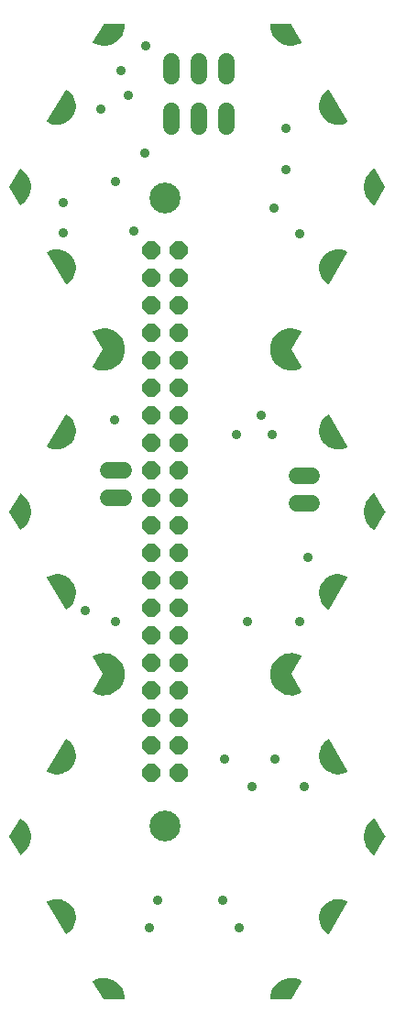
<source format=gbr>
G04 EAGLE Gerber RS-274X export*
G75*
%MOMM*%
%FSLAX34Y34*%
%LPD*%
%INSoldermask Bottom*%
%IPPOS*%
%AMOC8*
5,1,8,0,0,1.08239X$1,22.5*%
G01*
%ADD10C,2.851600*%
%ADD11C,1.101600*%
%ADD12P,1.759533X8X292.500000*%
%ADD13C,1.524000*%
%ADD14C,0.908000*%

G36*
X917369Y920485D02*
X917369Y920485D01*
X917416Y920483D01*
X920454Y920848D01*
X920486Y920859D01*
X920532Y920864D01*
X923472Y921712D01*
X923502Y921728D01*
X923548Y921740D01*
X926314Y923049D01*
X926336Y923066D01*
X926363Y923076D01*
X926415Y923125D01*
X926473Y923168D01*
X926487Y923193D01*
X926508Y923212D01*
X926537Y923278D01*
X926573Y923340D01*
X926576Y923368D01*
X926588Y923394D01*
X926589Y923466D01*
X926598Y923537D01*
X926590Y923564D01*
X926591Y923593D01*
X926555Y923688D01*
X926544Y923728D01*
X926537Y923737D01*
X926533Y923749D01*
X917176Y940000D01*
X926533Y956251D01*
X926542Y956278D01*
X926558Y956302D01*
X926573Y956372D01*
X926596Y956440D01*
X926593Y956468D01*
X926599Y956496D01*
X926586Y956567D01*
X926580Y956638D01*
X926567Y956663D01*
X926561Y956691D01*
X926521Y956751D01*
X926488Y956814D01*
X926466Y956832D01*
X926450Y956856D01*
X926367Y956914D01*
X926335Y956941D01*
X926324Y956944D01*
X926314Y956951D01*
X923548Y958260D01*
X923515Y958268D01*
X923472Y958288D01*
X920532Y959136D01*
X920498Y959139D01*
X920454Y959152D01*
X917416Y959517D01*
X917382Y959514D01*
X917335Y959520D01*
X914278Y959393D01*
X914245Y959385D01*
X914198Y959384D01*
X911201Y958768D01*
X911170Y958755D01*
X911124Y958746D01*
X908264Y957657D01*
X908236Y957639D01*
X908192Y957623D01*
X905544Y956089D01*
X905518Y956067D01*
X905478Y956044D01*
X903110Y954106D01*
X903088Y954079D01*
X903052Y954050D01*
X901025Y951757D01*
X901009Y951728D01*
X900977Y951693D01*
X899345Y949105D01*
X899333Y949073D01*
X899308Y949034D01*
X898112Y946217D01*
X898105Y946184D01*
X898102Y946177D01*
X898098Y946171D01*
X898097Y946165D01*
X898086Y946141D01*
X897358Y943169D01*
X897356Y943135D01*
X897345Y943090D01*
X897102Y940040D01*
X897106Y940011D01*
X897101Y939983D01*
X897103Y939973D01*
X897102Y939960D01*
X897345Y936910D01*
X897354Y936878D01*
X897358Y936831D01*
X898086Y933859D01*
X898101Y933828D01*
X898112Y933783D01*
X899308Y930966D01*
X899327Y930938D01*
X899345Y930895D01*
X900977Y928307D01*
X901001Y928283D01*
X901025Y928243D01*
X903052Y925950D01*
X903079Y925930D01*
X903110Y925894D01*
X905478Y923956D01*
X905508Y923940D01*
X905544Y923911D01*
X908192Y922378D01*
X908224Y922367D01*
X908264Y922343D01*
X911124Y921255D01*
X911157Y921249D01*
X911201Y921232D01*
X914198Y920616D01*
X914232Y920616D01*
X914278Y920607D01*
X917335Y920480D01*
X917369Y920485D01*
G37*
G36*
X917369Y620485D02*
X917369Y620485D01*
X917416Y620483D01*
X920454Y620848D01*
X920486Y620859D01*
X920532Y620864D01*
X923472Y621712D01*
X923502Y621728D01*
X923548Y621740D01*
X926314Y623049D01*
X926336Y623066D01*
X926363Y623076D01*
X926415Y623125D01*
X926473Y623168D01*
X926487Y623193D01*
X926508Y623212D01*
X926537Y623278D01*
X926573Y623340D01*
X926576Y623368D01*
X926588Y623394D01*
X926589Y623466D01*
X926598Y623537D01*
X926590Y623564D01*
X926591Y623593D01*
X926555Y623688D01*
X926544Y623728D01*
X926537Y623737D01*
X926533Y623749D01*
X917176Y640000D01*
X926533Y656251D01*
X926542Y656278D01*
X926558Y656302D01*
X926573Y656372D01*
X926596Y656440D01*
X926593Y656468D01*
X926599Y656496D01*
X926586Y656567D01*
X926580Y656638D01*
X926567Y656663D01*
X926561Y656691D01*
X926521Y656751D01*
X926488Y656814D01*
X926466Y656832D01*
X926450Y656856D01*
X926367Y656914D01*
X926335Y656941D01*
X926324Y656944D01*
X926314Y656951D01*
X923548Y658260D01*
X923515Y658268D01*
X923472Y658288D01*
X920532Y659136D01*
X920498Y659139D01*
X920454Y659152D01*
X917416Y659517D01*
X917382Y659514D01*
X917335Y659520D01*
X914278Y659393D01*
X914245Y659385D01*
X914198Y659384D01*
X911201Y658768D01*
X911170Y658755D01*
X911124Y658746D01*
X908264Y657657D01*
X908236Y657639D01*
X908192Y657623D01*
X905544Y656089D01*
X905518Y656067D01*
X905478Y656044D01*
X903110Y654106D01*
X903088Y654079D01*
X903052Y654050D01*
X901025Y651757D01*
X901009Y651728D01*
X900977Y651693D01*
X899345Y649105D01*
X899333Y649073D01*
X899308Y649034D01*
X898112Y646217D01*
X898105Y646184D01*
X898102Y646177D01*
X898098Y646171D01*
X898097Y646165D01*
X898086Y646141D01*
X897358Y643169D01*
X897356Y643135D01*
X897345Y643090D01*
X897102Y640040D01*
X897106Y640011D01*
X897101Y639983D01*
X897103Y639973D01*
X897102Y639960D01*
X897345Y636910D01*
X897354Y636878D01*
X897358Y636831D01*
X898086Y633859D01*
X898101Y633828D01*
X898112Y633783D01*
X899308Y630966D01*
X899327Y630938D01*
X899345Y630895D01*
X900977Y628307D01*
X901001Y628283D01*
X901025Y628243D01*
X903052Y625950D01*
X903079Y625930D01*
X903110Y625894D01*
X905478Y623956D01*
X905508Y623940D01*
X905544Y623911D01*
X908192Y622378D01*
X908224Y622367D01*
X908264Y622343D01*
X911124Y621255D01*
X911157Y621249D01*
X911201Y621232D01*
X914198Y620616D01*
X914232Y620616D01*
X914278Y620607D01*
X917335Y620480D01*
X917369Y620485D01*
G37*
G36*
X745722Y920607D02*
X745722Y920607D01*
X745755Y920615D01*
X745802Y920616D01*
X748799Y921232D01*
X748830Y921245D01*
X748876Y921255D01*
X751736Y922343D01*
X751765Y922361D01*
X751808Y922378D01*
X754456Y923911D01*
X754482Y923933D01*
X754523Y923956D01*
X756890Y925894D01*
X756912Y925921D01*
X756948Y925950D01*
X758975Y928243D01*
X758992Y928272D01*
X759023Y928307D01*
X760655Y930895D01*
X760667Y930927D01*
X760692Y930966D01*
X761888Y933783D01*
X761895Y933816D01*
X761914Y933859D01*
X762642Y936831D01*
X762644Y936865D01*
X762655Y936910D01*
X762898Y939960D01*
X762894Y939989D01*
X762899Y940017D01*
X762897Y940027D01*
X762898Y940040D01*
X762655Y943090D01*
X762646Y943122D01*
X762642Y943169D01*
X761914Y946141D01*
X761899Y946172D01*
X761888Y946217D01*
X760692Y949034D01*
X760673Y949062D01*
X760655Y949105D01*
X759023Y951693D01*
X758999Y951717D01*
X758975Y951757D01*
X756948Y954050D01*
X756921Y954070D01*
X756890Y954106D01*
X754523Y956044D01*
X754492Y956060D01*
X754456Y956089D01*
X751808Y957623D01*
X751776Y957633D01*
X751736Y957657D01*
X748876Y958746D01*
X748843Y958751D01*
X748799Y958768D01*
X745802Y959384D01*
X745768Y959384D01*
X745722Y959393D01*
X742665Y959520D01*
X742631Y959515D01*
X742584Y959517D01*
X739546Y959152D01*
X739514Y959141D01*
X739468Y959136D01*
X736528Y958288D01*
X736498Y958272D01*
X736453Y958260D01*
X733687Y956951D01*
X733664Y956934D01*
X733637Y956924D01*
X733585Y956875D01*
X733527Y956832D01*
X733513Y956807D01*
X733492Y956788D01*
X733463Y956722D01*
X733427Y956660D01*
X733424Y956632D01*
X733412Y956606D01*
X733411Y956534D01*
X733402Y956463D01*
X733410Y956436D01*
X733410Y956407D01*
X733445Y956312D01*
X733456Y956272D01*
X733463Y956263D01*
X733467Y956251D01*
X742824Y940000D01*
X733467Y923749D01*
X733458Y923722D01*
X733442Y923698D01*
X733427Y923628D01*
X733404Y923560D01*
X733407Y923532D01*
X733401Y923504D01*
X733415Y923434D01*
X733420Y923362D01*
X733433Y923337D01*
X733439Y923309D01*
X733479Y923249D01*
X733512Y923186D01*
X733534Y923168D01*
X733550Y923144D01*
X733633Y923086D01*
X733665Y923059D01*
X733676Y923056D01*
X733687Y923049D01*
X736453Y921740D01*
X736486Y921732D01*
X736528Y921712D01*
X739468Y920864D01*
X739502Y920861D01*
X739546Y920848D01*
X742584Y920483D01*
X742618Y920486D01*
X742665Y920480D01*
X745722Y920607D01*
G37*
G36*
X745722Y620607D02*
X745722Y620607D01*
X745755Y620615D01*
X745802Y620616D01*
X748799Y621232D01*
X748830Y621245D01*
X748876Y621255D01*
X751736Y622343D01*
X751765Y622361D01*
X751808Y622378D01*
X754456Y623911D01*
X754482Y623933D01*
X754523Y623956D01*
X756890Y625894D01*
X756912Y625921D01*
X756948Y625950D01*
X758975Y628243D01*
X758992Y628272D01*
X759023Y628307D01*
X760655Y630895D01*
X760667Y630927D01*
X760692Y630966D01*
X761888Y633783D01*
X761895Y633816D01*
X761914Y633859D01*
X762642Y636831D01*
X762644Y636865D01*
X762655Y636910D01*
X762898Y639960D01*
X762894Y639989D01*
X762899Y640017D01*
X762897Y640027D01*
X762898Y640040D01*
X762655Y643090D01*
X762646Y643122D01*
X762642Y643169D01*
X761914Y646141D01*
X761899Y646172D01*
X761888Y646217D01*
X760692Y649034D01*
X760673Y649062D01*
X760655Y649105D01*
X759023Y651693D01*
X758999Y651717D01*
X758975Y651757D01*
X756948Y654050D01*
X756921Y654070D01*
X756890Y654106D01*
X754523Y656044D01*
X754492Y656060D01*
X754456Y656089D01*
X751808Y657623D01*
X751776Y657633D01*
X751736Y657657D01*
X748876Y658746D01*
X748843Y658751D01*
X748799Y658768D01*
X745802Y659384D01*
X745768Y659384D01*
X745722Y659393D01*
X742665Y659520D01*
X742631Y659515D01*
X742584Y659517D01*
X739546Y659152D01*
X739514Y659141D01*
X739468Y659136D01*
X736528Y658288D01*
X736498Y658272D01*
X736453Y658260D01*
X733687Y656951D01*
X733664Y656934D01*
X733637Y656924D01*
X733585Y656875D01*
X733527Y656832D01*
X733513Y656807D01*
X733492Y656788D01*
X733463Y656722D01*
X733427Y656660D01*
X733424Y656632D01*
X733412Y656606D01*
X733411Y656534D01*
X733402Y656463D01*
X733410Y656436D01*
X733410Y656407D01*
X733445Y656312D01*
X733456Y656272D01*
X733463Y656263D01*
X733467Y656251D01*
X742824Y640000D01*
X733467Y623749D01*
X733458Y623722D01*
X733442Y623698D01*
X733427Y623628D01*
X733404Y623560D01*
X733407Y623532D01*
X733401Y623504D01*
X733415Y623434D01*
X733420Y623362D01*
X733433Y623337D01*
X733439Y623309D01*
X733479Y623249D01*
X733512Y623186D01*
X733534Y623168D01*
X733550Y623144D01*
X733633Y623086D01*
X733665Y623059D01*
X733676Y623056D01*
X733687Y623049D01*
X736453Y621740D01*
X736486Y621732D01*
X736528Y621712D01*
X739468Y620864D01*
X739502Y620861D01*
X739546Y620848D01*
X742584Y620483D01*
X742618Y620486D01*
X742665Y620480D01*
X745722Y620607D01*
G37*
G36*
X708607Y999810D02*
X708607Y999810D01*
X708678Y999807D01*
X708705Y999817D01*
X708734Y999819D01*
X708824Y999861D01*
X708864Y999876D01*
X708872Y999884D01*
X708885Y999890D01*
X711188Y1001489D01*
X711212Y1001515D01*
X711252Y1001542D01*
X713261Y1003499D01*
X713280Y1003528D01*
X713315Y1003561D01*
X714974Y1005822D01*
X714989Y1005853D01*
X715018Y1005892D01*
X716282Y1008395D01*
X716291Y1008429D01*
X716313Y1008472D01*
X717149Y1011149D01*
X717152Y1011183D01*
X717167Y1011229D01*
X717550Y1014008D01*
X717548Y1014042D01*
X717554Y1014090D01*
X717475Y1016893D01*
X717467Y1016927D01*
X717466Y1016975D01*
X716927Y1019727D01*
X716913Y1019759D01*
X716904Y1019807D01*
X715919Y1022432D01*
X715904Y1022457D01*
X715899Y1022477D01*
X715891Y1022488D01*
X715884Y1022507D01*
X714480Y1024935D01*
X714457Y1024961D01*
X714433Y1025003D01*
X712649Y1027166D01*
X712622Y1027188D01*
X712591Y1027225D01*
X710475Y1029066D01*
X710445Y1029083D01*
X710409Y1029115D01*
X708018Y1030582D01*
X707986Y1030593D01*
X707945Y1030619D01*
X705346Y1031672D01*
X705312Y1031679D01*
X705267Y1031697D01*
X702530Y1032308D01*
X702495Y1032309D01*
X702448Y1032320D01*
X699648Y1032472D01*
X699614Y1032467D01*
X699566Y1032470D01*
X696778Y1032160D01*
X696745Y1032149D01*
X696697Y1032144D01*
X693999Y1031379D01*
X693969Y1031363D01*
X693922Y1031350D01*
X691387Y1030151D01*
X691363Y1030134D01*
X691336Y1030124D01*
X691284Y1030075D01*
X691227Y1030032D01*
X691213Y1030007D01*
X691192Y1029987D01*
X691163Y1029922D01*
X691127Y1029861D01*
X691124Y1029832D01*
X691112Y1029805D01*
X691111Y1029734D01*
X691102Y1029663D01*
X691110Y1029635D01*
X691110Y1029606D01*
X691144Y1029513D01*
X691156Y1029472D01*
X691163Y1029463D01*
X691168Y1029450D01*
X708168Y1000050D01*
X708187Y1000028D01*
X708200Y1000002D01*
X708253Y999954D01*
X708300Y999901D01*
X708326Y999889D01*
X708348Y999869D01*
X708415Y999846D01*
X708479Y999816D01*
X708508Y999814D01*
X708536Y999805D01*
X708607Y999810D01*
G37*
G36*
X708607Y699810D02*
X708607Y699810D01*
X708678Y699807D01*
X708705Y699817D01*
X708734Y699819D01*
X708824Y699861D01*
X708864Y699876D01*
X708872Y699884D01*
X708885Y699890D01*
X711188Y701489D01*
X711212Y701515D01*
X711252Y701542D01*
X713261Y703499D01*
X713280Y703528D01*
X713315Y703561D01*
X714974Y705822D01*
X714989Y705853D01*
X715018Y705892D01*
X716282Y708395D01*
X716291Y708429D01*
X716313Y708472D01*
X717149Y711149D01*
X717152Y711183D01*
X717167Y711229D01*
X717550Y714008D01*
X717548Y714042D01*
X717554Y714090D01*
X717475Y716893D01*
X717467Y716927D01*
X717466Y716975D01*
X716927Y719727D01*
X716913Y719759D01*
X716904Y719807D01*
X715919Y722432D01*
X715904Y722457D01*
X715899Y722477D01*
X715891Y722488D01*
X715884Y722507D01*
X714480Y724935D01*
X714457Y724961D01*
X714433Y725003D01*
X712649Y727166D01*
X712622Y727188D01*
X712591Y727225D01*
X710475Y729066D01*
X710445Y729083D01*
X710409Y729115D01*
X708018Y730582D01*
X707986Y730593D01*
X707945Y730619D01*
X705346Y731672D01*
X705312Y731679D01*
X705267Y731697D01*
X702530Y732308D01*
X702495Y732309D01*
X702448Y732320D01*
X699648Y732472D01*
X699614Y732467D01*
X699566Y732470D01*
X696778Y732160D01*
X696745Y732149D01*
X696697Y732144D01*
X693999Y731379D01*
X693969Y731363D01*
X693922Y731350D01*
X691387Y730151D01*
X691363Y730134D01*
X691336Y730124D01*
X691284Y730075D01*
X691227Y730032D01*
X691213Y730007D01*
X691192Y729987D01*
X691163Y729922D01*
X691127Y729861D01*
X691124Y729832D01*
X691112Y729805D01*
X691111Y729734D01*
X691102Y729663D01*
X691110Y729635D01*
X691110Y729606D01*
X691144Y729513D01*
X691156Y729472D01*
X691163Y729463D01*
X691168Y729450D01*
X708168Y700050D01*
X708187Y700028D01*
X708200Y700002D01*
X708253Y699954D01*
X708300Y699901D01*
X708326Y699889D01*
X708348Y699869D01*
X708415Y699846D01*
X708479Y699816D01*
X708508Y699814D01*
X708536Y699805D01*
X708607Y699810D01*
G37*
G36*
X708607Y399810D02*
X708607Y399810D01*
X708678Y399807D01*
X708705Y399817D01*
X708734Y399819D01*
X708824Y399861D01*
X708864Y399876D01*
X708872Y399884D01*
X708885Y399890D01*
X711188Y401489D01*
X711212Y401515D01*
X711252Y401542D01*
X713261Y403499D01*
X713280Y403528D01*
X713315Y403561D01*
X714974Y405822D01*
X714989Y405853D01*
X715018Y405892D01*
X716282Y408395D01*
X716291Y408429D01*
X716313Y408472D01*
X717149Y411149D01*
X717152Y411183D01*
X717167Y411229D01*
X717550Y414008D01*
X717548Y414042D01*
X717554Y414090D01*
X717475Y416893D01*
X717467Y416927D01*
X717466Y416975D01*
X716927Y419727D01*
X716913Y419759D01*
X716904Y419807D01*
X715919Y422432D01*
X715904Y422457D01*
X715899Y422477D01*
X715891Y422488D01*
X715884Y422507D01*
X714480Y424935D01*
X714457Y424961D01*
X714433Y425003D01*
X712649Y427166D01*
X712622Y427188D01*
X712591Y427225D01*
X710475Y429066D01*
X710445Y429083D01*
X710409Y429115D01*
X708018Y430582D01*
X707986Y430593D01*
X707945Y430619D01*
X705346Y431672D01*
X705312Y431679D01*
X705267Y431697D01*
X702530Y432308D01*
X702495Y432309D01*
X702448Y432320D01*
X699648Y432472D01*
X699614Y432467D01*
X699566Y432470D01*
X696778Y432160D01*
X696745Y432149D01*
X696697Y432144D01*
X693999Y431379D01*
X693969Y431363D01*
X693922Y431350D01*
X691387Y430151D01*
X691363Y430134D01*
X691336Y430124D01*
X691284Y430075D01*
X691227Y430032D01*
X691213Y430007D01*
X691192Y429987D01*
X691163Y429922D01*
X691127Y429861D01*
X691124Y429832D01*
X691112Y429805D01*
X691111Y429734D01*
X691102Y429663D01*
X691110Y429635D01*
X691110Y429606D01*
X691144Y429513D01*
X691156Y429472D01*
X691163Y429463D01*
X691168Y429450D01*
X708168Y400050D01*
X708187Y400028D01*
X708200Y400002D01*
X708253Y399954D01*
X708300Y399901D01*
X708326Y399889D01*
X708348Y399869D01*
X708415Y399846D01*
X708479Y399816D01*
X708508Y399814D01*
X708536Y399805D01*
X708607Y399810D01*
G37*
G36*
X960386Y1147533D02*
X960386Y1147533D01*
X960434Y1147530D01*
X963222Y1147840D01*
X963255Y1147851D01*
X963303Y1147856D01*
X966001Y1148621D01*
X966031Y1148637D01*
X966078Y1148650D01*
X968613Y1149849D01*
X968637Y1149866D01*
X968664Y1149876D01*
X968716Y1149925D01*
X968773Y1149968D01*
X968787Y1149993D01*
X968809Y1150013D01*
X968837Y1150078D01*
X968873Y1150140D01*
X968876Y1150168D01*
X968888Y1150195D01*
X968889Y1150266D01*
X968898Y1150337D01*
X968890Y1150365D01*
X968890Y1150394D01*
X968856Y1150487D01*
X968844Y1150528D01*
X968837Y1150537D01*
X968832Y1150550D01*
X951832Y1179950D01*
X951813Y1179972D01*
X951800Y1179998D01*
X951747Y1180046D01*
X951700Y1180099D01*
X951674Y1180111D01*
X951652Y1180131D01*
X951585Y1180154D01*
X951521Y1180184D01*
X951492Y1180186D01*
X951464Y1180195D01*
X951393Y1180190D01*
X951322Y1180193D01*
X951295Y1180183D01*
X951266Y1180181D01*
X951176Y1180139D01*
X951136Y1180124D01*
X951128Y1180116D01*
X951115Y1180110D01*
X948812Y1178511D01*
X948788Y1178486D01*
X948748Y1178458D01*
X946739Y1176501D01*
X946720Y1176472D01*
X946685Y1176439D01*
X945026Y1174178D01*
X945011Y1174147D01*
X944982Y1174108D01*
X943718Y1171605D01*
X943709Y1171571D01*
X943687Y1171528D01*
X942851Y1168851D01*
X942848Y1168817D01*
X942833Y1168771D01*
X942450Y1165992D01*
X942452Y1165958D01*
X942446Y1165910D01*
X942525Y1163107D01*
X942533Y1163073D01*
X942534Y1163025D01*
X943073Y1160273D01*
X943087Y1160241D01*
X943096Y1160193D01*
X944081Y1157568D01*
X944099Y1157538D01*
X944116Y1157493D01*
X945520Y1155065D01*
X945543Y1155039D01*
X945567Y1154998D01*
X947351Y1152834D01*
X947378Y1152812D01*
X947409Y1152775D01*
X949525Y1150934D01*
X949555Y1150917D01*
X949591Y1150886D01*
X951982Y1149418D01*
X952014Y1149407D01*
X952055Y1149381D01*
X954654Y1148328D01*
X954688Y1148321D01*
X954733Y1148303D01*
X957470Y1147692D01*
X957505Y1147691D01*
X957552Y1147680D01*
X960352Y1147528D01*
X960386Y1147533D01*
G37*
G36*
X960386Y847533D02*
X960386Y847533D01*
X960434Y847530D01*
X963222Y847840D01*
X963255Y847851D01*
X963303Y847856D01*
X966001Y848621D01*
X966031Y848637D01*
X966078Y848650D01*
X968613Y849849D01*
X968637Y849866D01*
X968664Y849876D01*
X968716Y849925D01*
X968773Y849968D01*
X968787Y849993D01*
X968809Y850013D01*
X968837Y850078D01*
X968873Y850140D01*
X968876Y850168D01*
X968888Y850195D01*
X968889Y850266D01*
X968898Y850337D01*
X968890Y850365D01*
X968890Y850394D01*
X968856Y850487D01*
X968844Y850528D01*
X968837Y850537D01*
X968832Y850550D01*
X951832Y879950D01*
X951813Y879972D01*
X951800Y879998D01*
X951747Y880046D01*
X951700Y880099D01*
X951674Y880111D01*
X951652Y880131D01*
X951585Y880154D01*
X951521Y880184D01*
X951492Y880186D01*
X951464Y880195D01*
X951393Y880190D01*
X951322Y880193D01*
X951295Y880183D01*
X951266Y880181D01*
X951176Y880139D01*
X951136Y880124D01*
X951128Y880116D01*
X951115Y880110D01*
X948812Y878511D01*
X948788Y878486D01*
X948748Y878458D01*
X946739Y876501D01*
X946720Y876472D01*
X946685Y876439D01*
X945026Y874178D01*
X945011Y874147D01*
X944982Y874108D01*
X943718Y871605D01*
X943709Y871571D01*
X943687Y871528D01*
X942851Y868851D01*
X942848Y868817D01*
X942833Y868771D01*
X942450Y865992D01*
X942452Y865958D01*
X942446Y865910D01*
X942525Y863107D01*
X942533Y863073D01*
X942534Y863025D01*
X943073Y860273D01*
X943087Y860241D01*
X943096Y860193D01*
X944081Y857568D01*
X944099Y857538D01*
X944116Y857493D01*
X945520Y855065D01*
X945543Y855039D01*
X945567Y854998D01*
X947351Y852834D01*
X947378Y852812D01*
X947409Y852775D01*
X949525Y850934D01*
X949555Y850917D01*
X949591Y850886D01*
X951982Y849418D01*
X952014Y849407D01*
X952055Y849381D01*
X954654Y848328D01*
X954688Y848321D01*
X954733Y848303D01*
X957470Y847692D01*
X957505Y847691D01*
X957552Y847680D01*
X960352Y847528D01*
X960386Y847533D01*
G37*
G36*
X960386Y547533D02*
X960386Y547533D01*
X960434Y547530D01*
X963222Y547840D01*
X963255Y547851D01*
X963303Y547856D01*
X966001Y548621D01*
X966031Y548637D01*
X966078Y548650D01*
X968613Y549849D01*
X968637Y549866D01*
X968664Y549876D01*
X968716Y549925D01*
X968773Y549968D01*
X968787Y549993D01*
X968809Y550013D01*
X968837Y550078D01*
X968873Y550140D01*
X968876Y550168D01*
X968888Y550195D01*
X968889Y550266D01*
X968898Y550337D01*
X968890Y550365D01*
X968890Y550394D01*
X968856Y550487D01*
X968844Y550528D01*
X968837Y550537D01*
X968832Y550550D01*
X951832Y579950D01*
X951813Y579972D01*
X951800Y579998D01*
X951747Y580046D01*
X951700Y580099D01*
X951674Y580111D01*
X951652Y580131D01*
X951585Y580154D01*
X951521Y580184D01*
X951492Y580186D01*
X951464Y580195D01*
X951393Y580190D01*
X951322Y580193D01*
X951295Y580183D01*
X951266Y580181D01*
X951176Y580139D01*
X951136Y580124D01*
X951128Y580116D01*
X951115Y580110D01*
X948812Y578511D01*
X948788Y578486D01*
X948748Y578458D01*
X946739Y576501D01*
X946720Y576472D01*
X946685Y576439D01*
X945026Y574178D01*
X945011Y574147D01*
X944982Y574108D01*
X943718Y571605D01*
X943709Y571571D01*
X943687Y571528D01*
X942851Y568851D01*
X942848Y568817D01*
X942833Y568771D01*
X942450Y565992D01*
X942452Y565958D01*
X942446Y565910D01*
X942525Y563107D01*
X942533Y563073D01*
X942534Y563025D01*
X943073Y560273D01*
X943087Y560241D01*
X943096Y560193D01*
X944081Y557568D01*
X944099Y557538D01*
X944116Y557493D01*
X945520Y555065D01*
X945543Y555039D01*
X945567Y554998D01*
X947351Y552834D01*
X947378Y552812D01*
X947409Y552775D01*
X949525Y550934D01*
X949555Y550917D01*
X949591Y550886D01*
X951982Y549418D01*
X952014Y549407D01*
X952055Y549381D01*
X954654Y548328D01*
X954688Y548321D01*
X954733Y548303D01*
X957470Y547692D01*
X957505Y547691D01*
X957552Y547680D01*
X960352Y547528D01*
X960386Y547533D01*
G37*
G36*
X951426Y999811D02*
X951426Y999811D01*
X951497Y999810D01*
X951524Y999821D01*
X951553Y999825D01*
X951615Y999859D01*
X951680Y999887D01*
X951701Y999908D01*
X951726Y999922D01*
X951789Y999998D01*
X951819Y1000029D01*
X951823Y1000039D01*
X951832Y1000050D01*
X968832Y1029450D01*
X968841Y1029478D01*
X968858Y1029502D01*
X968873Y1029571D01*
X968895Y1029639D01*
X968893Y1029668D01*
X968899Y1029696D01*
X968886Y1029766D01*
X968880Y1029837D01*
X968867Y1029863D01*
X968861Y1029891D01*
X968821Y1029950D01*
X968789Y1030013D01*
X968766Y1030032D01*
X968750Y1030056D01*
X968668Y1030113D01*
X968635Y1030140D01*
X968625Y1030143D01*
X968613Y1030151D01*
X966078Y1031350D01*
X966044Y1031358D01*
X966001Y1031379D01*
X963303Y1032144D01*
X963268Y1032146D01*
X963222Y1032160D01*
X960434Y1032470D01*
X960400Y1032467D01*
X960352Y1032472D01*
X957552Y1032320D01*
X957518Y1032311D01*
X957470Y1032308D01*
X954733Y1031697D01*
X954701Y1031683D01*
X954654Y1031672D01*
X952055Y1030619D01*
X952026Y1030600D01*
X951982Y1030582D01*
X949591Y1029115D01*
X949566Y1029091D01*
X949525Y1029066D01*
X947409Y1027225D01*
X947388Y1027198D01*
X947351Y1027166D01*
X945567Y1025003D01*
X945551Y1024972D01*
X945520Y1024935D01*
X944116Y1022507D01*
X944105Y1022474D01*
X944098Y1022462D01*
X944088Y1022447D01*
X944088Y1022444D01*
X944081Y1022432D01*
X943096Y1019807D01*
X943090Y1019772D01*
X943073Y1019727D01*
X942534Y1016975D01*
X942534Y1016941D01*
X942525Y1016893D01*
X942446Y1014090D01*
X942452Y1014056D01*
X942450Y1014008D01*
X942833Y1011229D01*
X942845Y1011197D01*
X942851Y1011149D01*
X943687Y1008472D01*
X943704Y1008441D01*
X943718Y1008395D01*
X944982Y1005892D01*
X945004Y1005865D01*
X945026Y1005822D01*
X946685Y1003561D01*
X946711Y1003538D01*
X946739Y1003499D01*
X948748Y1001542D01*
X948777Y1001523D01*
X948812Y1001489D01*
X951115Y999890D01*
X951142Y999878D01*
X951165Y999860D01*
X951233Y999839D01*
X951298Y999811D01*
X951327Y999811D01*
X951355Y999803D01*
X951426Y999811D01*
G37*
G36*
X951426Y699811D02*
X951426Y699811D01*
X951497Y699810D01*
X951524Y699821D01*
X951553Y699825D01*
X951615Y699859D01*
X951680Y699887D01*
X951701Y699908D01*
X951726Y699922D01*
X951789Y699998D01*
X951819Y700029D01*
X951823Y700039D01*
X951832Y700050D01*
X968832Y729450D01*
X968841Y729478D01*
X968858Y729502D01*
X968873Y729571D01*
X968895Y729639D01*
X968893Y729668D01*
X968899Y729696D01*
X968886Y729766D01*
X968880Y729837D01*
X968867Y729863D01*
X968861Y729891D01*
X968821Y729950D01*
X968789Y730013D01*
X968766Y730032D01*
X968750Y730056D01*
X968668Y730113D01*
X968635Y730140D01*
X968625Y730143D01*
X968613Y730151D01*
X966078Y731350D01*
X966044Y731358D01*
X966001Y731379D01*
X963303Y732144D01*
X963268Y732146D01*
X963222Y732160D01*
X960434Y732470D01*
X960400Y732467D01*
X960352Y732472D01*
X957552Y732320D01*
X957518Y732311D01*
X957470Y732308D01*
X954733Y731697D01*
X954701Y731683D01*
X954654Y731672D01*
X952055Y730619D01*
X952026Y730600D01*
X951982Y730582D01*
X949591Y729115D01*
X949566Y729091D01*
X949525Y729066D01*
X947409Y727225D01*
X947388Y727198D01*
X947351Y727166D01*
X945567Y725003D01*
X945551Y724972D01*
X945520Y724935D01*
X944116Y722507D01*
X944105Y722474D01*
X944098Y722462D01*
X944088Y722447D01*
X944088Y722444D01*
X944081Y722432D01*
X943096Y719807D01*
X943090Y719772D01*
X943073Y719727D01*
X942534Y716975D01*
X942534Y716941D01*
X942525Y716893D01*
X942446Y714090D01*
X942452Y714056D01*
X942450Y714008D01*
X942833Y711229D01*
X942845Y711197D01*
X942851Y711149D01*
X943687Y708472D01*
X943704Y708441D01*
X943718Y708395D01*
X944982Y705892D01*
X945004Y705865D01*
X945026Y705822D01*
X946685Y703561D01*
X946711Y703538D01*
X946739Y703499D01*
X948748Y701542D01*
X948777Y701523D01*
X948812Y701489D01*
X951115Y699890D01*
X951142Y699878D01*
X951165Y699860D01*
X951233Y699839D01*
X951298Y699811D01*
X951327Y699811D01*
X951355Y699803D01*
X951426Y699811D01*
G37*
G36*
X951426Y399811D02*
X951426Y399811D01*
X951497Y399810D01*
X951524Y399821D01*
X951553Y399825D01*
X951615Y399859D01*
X951680Y399887D01*
X951701Y399908D01*
X951726Y399922D01*
X951789Y399998D01*
X951819Y400029D01*
X951823Y400039D01*
X951832Y400050D01*
X968832Y429450D01*
X968841Y429478D01*
X968858Y429502D01*
X968873Y429571D01*
X968895Y429639D01*
X968893Y429668D01*
X968899Y429696D01*
X968886Y429766D01*
X968880Y429837D01*
X968867Y429863D01*
X968861Y429891D01*
X968821Y429950D01*
X968789Y430013D01*
X968766Y430032D01*
X968750Y430056D01*
X968668Y430113D01*
X968635Y430140D01*
X968625Y430143D01*
X968613Y430151D01*
X966078Y431350D01*
X966044Y431358D01*
X966001Y431379D01*
X963303Y432144D01*
X963268Y432146D01*
X963222Y432160D01*
X960434Y432470D01*
X960400Y432467D01*
X960352Y432472D01*
X957552Y432320D01*
X957518Y432311D01*
X957470Y432308D01*
X954733Y431697D01*
X954701Y431683D01*
X954654Y431672D01*
X952055Y430619D01*
X952026Y430600D01*
X951982Y430582D01*
X949591Y429115D01*
X949566Y429091D01*
X949525Y429066D01*
X947409Y427225D01*
X947388Y427198D01*
X947351Y427166D01*
X945567Y425003D01*
X945551Y424972D01*
X945520Y424935D01*
X944116Y422507D01*
X944105Y422474D01*
X944098Y422462D01*
X944088Y422447D01*
X944088Y422444D01*
X944081Y422432D01*
X943096Y419807D01*
X943090Y419772D01*
X943073Y419727D01*
X942534Y416975D01*
X942534Y416941D01*
X942525Y416893D01*
X942446Y414090D01*
X942452Y414056D01*
X942450Y414008D01*
X942833Y411229D01*
X942845Y411197D01*
X942851Y411149D01*
X943687Y408472D01*
X943704Y408441D01*
X943718Y408395D01*
X944982Y405892D01*
X945004Y405865D01*
X945026Y405822D01*
X946685Y403561D01*
X946711Y403538D01*
X946739Y403499D01*
X948748Y401542D01*
X948777Y401523D01*
X948812Y401489D01*
X951115Y399890D01*
X951142Y399878D01*
X951165Y399860D01*
X951233Y399839D01*
X951298Y399811D01*
X951327Y399811D01*
X951355Y399803D01*
X951426Y399811D01*
G37*
G36*
X702448Y1147680D02*
X702448Y1147680D01*
X702482Y1147689D01*
X702530Y1147692D01*
X705267Y1148303D01*
X705299Y1148317D01*
X705346Y1148328D01*
X707945Y1149381D01*
X707974Y1149400D01*
X708018Y1149418D01*
X710409Y1150886D01*
X710434Y1150909D01*
X710475Y1150934D01*
X712591Y1152775D01*
X712612Y1152802D01*
X712649Y1152834D01*
X714433Y1154998D01*
X714449Y1155028D01*
X714480Y1155065D01*
X715884Y1157493D01*
X715895Y1157526D01*
X715919Y1157568D01*
X716904Y1160193D01*
X716910Y1160228D01*
X716927Y1160273D01*
X717466Y1163025D01*
X717466Y1163060D01*
X717475Y1163107D01*
X717554Y1165910D01*
X717549Y1165944D01*
X717550Y1165992D01*
X717167Y1168771D01*
X717155Y1168803D01*
X717149Y1168851D01*
X716313Y1171528D01*
X716296Y1171559D01*
X716282Y1171605D01*
X715018Y1174108D01*
X714996Y1174135D01*
X714974Y1174178D01*
X713315Y1176439D01*
X713289Y1176462D01*
X713261Y1176501D01*
X711252Y1178458D01*
X711223Y1178477D01*
X711188Y1178511D01*
X708885Y1180110D01*
X708858Y1180122D01*
X708835Y1180140D01*
X708767Y1180161D01*
X708702Y1180189D01*
X708673Y1180189D01*
X708645Y1180197D01*
X708574Y1180189D01*
X708503Y1180190D01*
X708476Y1180179D01*
X708447Y1180175D01*
X708385Y1180141D01*
X708320Y1180113D01*
X708299Y1180092D01*
X708274Y1180078D01*
X708211Y1180002D01*
X708181Y1179971D01*
X708177Y1179961D01*
X708168Y1179950D01*
X691168Y1150550D01*
X691159Y1150522D01*
X691142Y1150498D01*
X691127Y1150429D01*
X691105Y1150361D01*
X691107Y1150332D01*
X691101Y1150304D01*
X691114Y1150234D01*
X691120Y1150163D01*
X691133Y1150137D01*
X691139Y1150109D01*
X691179Y1150050D01*
X691211Y1149987D01*
X691234Y1149968D01*
X691250Y1149944D01*
X691332Y1149887D01*
X691365Y1149860D01*
X691375Y1149857D01*
X691387Y1149849D01*
X693922Y1148650D01*
X693956Y1148642D01*
X693999Y1148621D01*
X696697Y1147856D01*
X696732Y1147854D01*
X696778Y1147840D01*
X699566Y1147530D01*
X699600Y1147533D01*
X699648Y1147528D01*
X702448Y1147680D01*
G37*
G36*
X702448Y847680D02*
X702448Y847680D01*
X702482Y847689D01*
X702530Y847692D01*
X705267Y848303D01*
X705299Y848317D01*
X705346Y848328D01*
X707945Y849381D01*
X707974Y849400D01*
X708018Y849418D01*
X710409Y850886D01*
X710434Y850909D01*
X710475Y850934D01*
X712591Y852775D01*
X712612Y852802D01*
X712649Y852834D01*
X714433Y854998D01*
X714449Y855028D01*
X714480Y855065D01*
X715884Y857493D01*
X715895Y857526D01*
X715919Y857568D01*
X716904Y860193D01*
X716910Y860228D01*
X716927Y860273D01*
X717466Y863025D01*
X717466Y863060D01*
X717475Y863107D01*
X717554Y865910D01*
X717549Y865944D01*
X717550Y865992D01*
X717167Y868771D01*
X717155Y868803D01*
X717149Y868851D01*
X716313Y871528D01*
X716296Y871559D01*
X716282Y871605D01*
X715018Y874108D01*
X714996Y874135D01*
X714974Y874178D01*
X713315Y876439D01*
X713289Y876462D01*
X713261Y876501D01*
X711252Y878458D01*
X711223Y878477D01*
X711188Y878511D01*
X708885Y880110D01*
X708858Y880122D01*
X708835Y880140D01*
X708767Y880161D01*
X708702Y880189D01*
X708673Y880189D01*
X708645Y880197D01*
X708574Y880189D01*
X708503Y880190D01*
X708476Y880179D01*
X708447Y880175D01*
X708385Y880141D01*
X708320Y880113D01*
X708299Y880092D01*
X708274Y880078D01*
X708211Y880002D01*
X708181Y879971D01*
X708177Y879961D01*
X708168Y879950D01*
X691168Y850550D01*
X691159Y850522D01*
X691142Y850498D01*
X691127Y850429D01*
X691105Y850361D01*
X691107Y850332D01*
X691101Y850304D01*
X691114Y850234D01*
X691120Y850163D01*
X691133Y850137D01*
X691139Y850109D01*
X691179Y850050D01*
X691211Y849987D01*
X691234Y849968D01*
X691250Y849944D01*
X691332Y849887D01*
X691365Y849860D01*
X691375Y849857D01*
X691387Y849849D01*
X693922Y848650D01*
X693956Y848642D01*
X693999Y848621D01*
X696697Y847856D01*
X696732Y847854D01*
X696778Y847840D01*
X699566Y847530D01*
X699600Y847533D01*
X699648Y847528D01*
X702448Y847680D01*
G37*
G36*
X702448Y547680D02*
X702448Y547680D01*
X702482Y547689D01*
X702530Y547692D01*
X705267Y548303D01*
X705299Y548317D01*
X705346Y548328D01*
X707945Y549381D01*
X707974Y549400D01*
X708018Y549418D01*
X710409Y550886D01*
X710434Y550909D01*
X710475Y550934D01*
X712591Y552775D01*
X712612Y552802D01*
X712649Y552834D01*
X714433Y554998D01*
X714449Y555028D01*
X714480Y555065D01*
X715884Y557493D01*
X715895Y557526D01*
X715919Y557568D01*
X716904Y560193D01*
X716910Y560228D01*
X716927Y560273D01*
X717466Y563025D01*
X717466Y563060D01*
X717475Y563107D01*
X717554Y565910D01*
X717549Y565944D01*
X717550Y565992D01*
X717167Y568771D01*
X717155Y568803D01*
X717149Y568851D01*
X716313Y571528D01*
X716296Y571559D01*
X716282Y571605D01*
X715018Y574108D01*
X714996Y574135D01*
X714974Y574178D01*
X713315Y576439D01*
X713289Y576462D01*
X713261Y576501D01*
X711252Y578458D01*
X711223Y578477D01*
X711188Y578511D01*
X708885Y580110D01*
X708858Y580122D01*
X708835Y580140D01*
X708767Y580161D01*
X708702Y580189D01*
X708673Y580189D01*
X708645Y580197D01*
X708574Y580189D01*
X708503Y580190D01*
X708476Y580179D01*
X708447Y580175D01*
X708385Y580141D01*
X708320Y580113D01*
X708299Y580092D01*
X708274Y580078D01*
X708211Y580002D01*
X708181Y579971D01*
X708177Y579961D01*
X708168Y579950D01*
X691168Y550550D01*
X691159Y550522D01*
X691142Y550498D01*
X691127Y550429D01*
X691105Y550361D01*
X691107Y550332D01*
X691101Y550304D01*
X691114Y550234D01*
X691120Y550163D01*
X691133Y550137D01*
X691139Y550109D01*
X691179Y550050D01*
X691211Y549987D01*
X691234Y549968D01*
X691250Y549944D01*
X691332Y549887D01*
X691365Y549860D01*
X691375Y549857D01*
X691387Y549849D01*
X693922Y548650D01*
X693956Y548642D01*
X693999Y548621D01*
X696697Y547856D01*
X696732Y547854D01*
X696778Y547840D01*
X699566Y547530D01*
X699600Y547533D01*
X699648Y547528D01*
X702448Y547680D01*
G37*
G36*
X993727Y1073011D02*
X993727Y1073011D01*
X993798Y1073011D01*
X993825Y1073022D01*
X993854Y1073025D01*
X993916Y1073060D01*
X993981Y1073088D01*
X994002Y1073108D01*
X994027Y1073123D01*
X994090Y1073200D01*
X994120Y1073230D01*
X994124Y1073240D01*
X994133Y1073251D01*
X1003633Y1089751D01*
X1003643Y1089783D01*
X1003652Y1089796D01*
X1003656Y1089820D01*
X1003657Y1089824D01*
X1003688Y1089894D01*
X1003688Y1089918D01*
X1003696Y1089940D01*
X1003690Y1090016D01*
X1003691Y1090093D01*
X1003681Y1090117D01*
X1003680Y1090138D01*
X1003659Y1090177D01*
X1003633Y1090249D01*
X994133Y1106749D01*
X994114Y1106771D01*
X994101Y1106797D01*
X994048Y1106845D01*
X994001Y1106898D01*
X993975Y1106911D01*
X993954Y1106930D01*
X993886Y1106953D01*
X993822Y1106984D01*
X993793Y1106986D01*
X993766Y1106995D01*
X993694Y1106990D01*
X993623Y1106993D01*
X993596Y1106983D01*
X993567Y1106981D01*
X993477Y1106939D01*
X993437Y1106924D01*
X993429Y1106917D01*
X993416Y1106911D01*
X990893Y1105169D01*
X990869Y1105145D01*
X990831Y1105118D01*
X988619Y1102994D01*
X988600Y1102966D01*
X988566Y1102934D01*
X986724Y1100483D01*
X986710Y1100452D01*
X986681Y1100415D01*
X985256Y1097700D01*
X985247Y1097669D01*
X985231Y1097644D01*
X985230Y1097635D01*
X985225Y1097626D01*
X984254Y1094718D01*
X984250Y1094684D01*
X984235Y1094640D01*
X983743Y1091613D01*
X983744Y1091579D01*
X983736Y1091533D01*
X983736Y1088467D01*
X983737Y1088463D01*
X983737Y1088461D01*
X983743Y1088434D01*
X983743Y1088387D01*
X984235Y1085360D01*
X984247Y1085329D01*
X984254Y1085282D01*
X985225Y1082374D01*
X985242Y1082345D01*
X985256Y1082300D01*
X986681Y1079585D01*
X986703Y1079559D01*
X986724Y1079517D01*
X988566Y1077066D01*
X988591Y1077043D01*
X988619Y1077006D01*
X990831Y1074882D01*
X990859Y1074864D01*
X990893Y1074831D01*
X993416Y1073089D01*
X993443Y1073078D01*
X993465Y1073059D01*
X993534Y1073039D01*
X993599Y1073011D01*
X993628Y1073011D01*
X993656Y1073003D01*
X993727Y1073011D01*
G37*
G36*
X993727Y773011D02*
X993727Y773011D01*
X993798Y773011D01*
X993825Y773022D01*
X993854Y773025D01*
X993916Y773060D01*
X993981Y773088D01*
X994002Y773108D01*
X994027Y773123D01*
X994090Y773200D01*
X994120Y773230D01*
X994124Y773240D01*
X994133Y773251D01*
X1003633Y789751D01*
X1003643Y789783D01*
X1003652Y789796D01*
X1003656Y789820D01*
X1003657Y789824D01*
X1003688Y789894D01*
X1003688Y789918D01*
X1003696Y789940D01*
X1003690Y790016D01*
X1003691Y790093D01*
X1003681Y790117D01*
X1003680Y790138D01*
X1003659Y790177D01*
X1003633Y790249D01*
X994133Y806749D01*
X994114Y806771D01*
X994101Y806797D01*
X994048Y806845D01*
X994001Y806898D01*
X993975Y806911D01*
X993954Y806930D01*
X993886Y806953D01*
X993822Y806984D01*
X993793Y806986D01*
X993766Y806995D01*
X993694Y806990D01*
X993623Y806993D01*
X993596Y806983D01*
X993567Y806981D01*
X993477Y806939D01*
X993437Y806924D01*
X993429Y806917D01*
X993416Y806911D01*
X990893Y805169D01*
X990869Y805145D01*
X990831Y805118D01*
X988619Y802994D01*
X988600Y802966D01*
X988566Y802934D01*
X986724Y800483D01*
X986710Y800452D01*
X986681Y800415D01*
X985256Y797700D01*
X985247Y797669D01*
X985231Y797644D01*
X985230Y797635D01*
X985225Y797626D01*
X984254Y794718D01*
X984250Y794684D01*
X984235Y794640D01*
X983743Y791613D01*
X983744Y791579D01*
X983736Y791533D01*
X983736Y788467D01*
X983737Y788463D01*
X983737Y788461D01*
X983743Y788434D01*
X983743Y788387D01*
X984235Y785360D01*
X984247Y785329D01*
X984254Y785282D01*
X985225Y782374D01*
X985242Y782345D01*
X985256Y782300D01*
X986681Y779585D01*
X986703Y779559D01*
X986724Y779517D01*
X988566Y777066D01*
X988591Y777043D01*
X988619Y777006D01*
X990831Y774882D01*
X990859Y774864D01*
X990893Y774831D01*
X993416Y773089D01*
X993443Y773078D01*
X993465Y773059D01*
X993534Y773039D01*
X993599Y773011D01*
X993628Y773011D01*
X993656Y773003D01*
X993727Y773011D01*
G37*
G36*
X993727Y473011D02*
X993727Y473011D01*
X993798Y473011D01*
X993825Y473022D01*
X993854Y473025D01*
X993916Y473060D01*
X993981Y473088D01*
X994002Y473108D01*
X994027Y473123D01*
X994090Y473200D01*
X994120Y473230D01*
X994124Y473240D01*
X994133Y473251D01*
X1003633Y489751D01*
X1003643Y489783D01*
X1003652Y489796D01*
X1003656Y489820D01*
X1003657Y489824D01*
X1003688Y489894D01*
X1003688Y489918D01*
X1003696Y489940D01*
X1003690Y490016D01*
X1003691Y490093D01*
X1003681Y490117D01*
X1003680Y490138D01*
X1003659Y490177D01*
X1003633Y490249D01*
X994133Y506749D01*
X994114Y506771D01*
X994101Y506797D01*
X994048Y506845D01*
X994001Y506898D01*
X993975Y506911D01*
X993954Y506930D01*
X993886Y506953D01*
X993822Y506984D01*
X993793Y506986D01*
X993766Y506995D01*
X993694Y506990D01*
X993623Y506993D01*
X993596Y506983D01*
X993567Y506981D01*
X993477Y506939D01*
X993437Y506924D01*
X993429Y506917D01*
X993416Y506911D01*
X990893Y505169D01*
X990869Y505145D01*
X990831Y505118D01*
X988619Y502994D01*
X988600Y502966D01*
X988566Y502934D01*
X986724Y500483D01*
X986710Y500452D01*
X986681Y500415D01*
X985256Y497700D01*
X985247Y497669D01*
X985231Y497644D01*
X985230Y497635D01*
X985225Y497626D01*
X984254Y494718D01*
X984250Y494684D01*
X984235Y494640D01*
X983743Y491613D01*
X983744Y491579D01*
X983736Y491533D01*
X983736Y488467D01*
X983737Y488463D01*
X983737Y488461D01*
X983743Y488434D01*
X983743Y488387D01*
X984235Y485360D01*
X984247Y485329D01*
X984254Y485282D01*
X985225Y482374D01*
X985242Y482345D01*
X985256Y482300D01*
X986681Y479585D01*
X986703Y479559D01*
X986724Y479517D01*
X988566Y477066D01*
X988591Y477043D01*
X988619Y477006D01*
X990831Y474882D01*
X990859Y474864D01*
X990893Y474831D01*
X993416Y473089D01*
X993443Y473078D01*
X993465Y473059D01*
X993534Y473039D01*
X993599Y473011D01*
X993628Y473011D01*
X993656Y473003D01*
X993727Y473011D01*
G37*
G36*
X666306Y1073010D02*
X666306Y1073010D01*
X666377Y1073007D01*
X666404Y1073017D01*
X666433Y1073019D01*
X666523Y1073061D01*
X666563Y1073076D01*
X666571Y1073083D01*
X666584Y1073089D01*
X669107Y1074831D01*
X669131Y1074855D01*
X669169Y1074882D01*
X671381Y1077006D01*
X671400Y1077034D01*
X671434Y1077066D01*
X673276Y1079517D01*
X673290Y1079548D01*
X673319Y1079585D01*
X674744Y1082300D01*
X674753Y1082333D01*
X674775Y1082374D01*
X675746Y1085282D01*
X675750Y1085316D01*
X675765Y1085360D01*
X676257Y1088387D01*
X676256Y1088421D01*
X676264Y1088467D01*
X676264Y1091533D01*
X676257Y1091566D01*
X676257Y1091613D01*
X675765Y1094640D01*
X675753Y1094671D01*
X675746Y1094718D01*
X674775Y1097626D01*
X674762Y1097649D01*
X674756Y1097674D01*
X674749Y1097683D01*
X674744Y1097700D01*
X673319Y1100415D01*
X673297Y1100441D01*
X673276Y1100483D01*
X671434Y1102934D01*
X671409Y1102957D01*
X671381Y1102994D01*
X669169Y1105118D01*
X669141Y1105136D01*
X669107Y1105169D01*
X666584Y1106911D01*
X666557Y1106922D01*
X666535Y1106941D01*
X666466Y1106961D01*
X666401Y1106989D01*
X666372Y1106989D01*
X666344Y1106997D01*
X666273Y1106989D01*
X666202Y1106990D01*
X666175Y1106978D01*
X666146Y1106975D01*
X666084Y1106940D01*
X666019Y1106912D01*
X665998Y1106892D01*
X665973Y1106877D01*
X665910Y1106800D01*
X665880Y1106770D01*
X665876Y1106760D01*
X665867Y1106749D01*
X656367Y1090249D01*
X656343Y1090176D01*
X656312Y1090106D01*
X656312Y1090082D01*
X656304Y1090060D01*
X656311Y1089984D01*
X656310Y1089907D01*
X656319Y1089883D01*
X656320Y1089862D01*
X656341Y1089823D01*
X656360Y1089771D01*
X656361Y1089765D01*
X656363Y1089763D01*
X656367Y1089751D01*
X665867Y1073251D01*
X665886Y1073229D01*
X665899Y1073203D01*
X665952Y1073155D01*
X665999Y1073102D01*
X666025Y1073089D01*
X666047Y1073070D01*
X666114Y1073047D01*
X666178Y1073016D01*
X666207Y1073015D01*
X666234Y1073005D01*
X666306Y1073010D01*
G37*
G36*
X666306Y773010D02*
X666306Y773010D01*
X666377Y773007D01*
X666404Y773017D01*
X666433Y773019D01*
X666523Y773061D01*
X666563Y773076D01*
X666571Y773083D01*
X666584Y773089D01*
X669107Y774831D01*
X669131Y774855D01*
X669169Y774882D01*
X671381Y777006D01*
X671400Y777034D01*
X671434Y777066D01*
X673276Y779517D01*
X673290Y779548D01*
X673319Y779585D01*
X674744Y782300D01*
X674753Y782333D01*
X674775Y782374D01*
X675746Y785282D01*
X675750Y785316D01*
X675765Y785360D01*
X676257Y788387D01*
X676256Y788421D01*
X676264Y788467D01*
X676264Y791533D01*
X676257Y791566D01*
X676257Y791613D01*
X675765Y794640D01*
X675753Y794671D01*
X675746Y794718D01*
X674775Y797626D01*
X674762Y797649D01*
X674756Y797674D01*
X674749Y797683D01*
X674744Y797700D01*
X673319Y800415D01*
X673297Y800441D01*
X673276Y800483D01*
X671434Y802934D01*
X671409Y802957D01*
X671381Y802994D01*
X669169Y805118D01*
X669141Y805136D01*
X669107Y805169D01*
X666584Y806911D01*
X666557Y806922D01*
X666535Y806941D01*
X666466Y806961D01*
X666401Y806989D01*
X666372Y806989D01*
X666344Y806997D01*
X666273Y806989D01*
X666202Y806990D01*
X666175Y806978D01*
X666146Y806975D01*
X666084Y806940D01*
X666019Y806912D01*
X665998Y806892D01*
X665973Y806877D01*
X665910Y806800D01*
X665880Y806770D01*
X665876Y806760D01*
X665867Y806749D01*
X656367Y790249D01*
X656343Y790176D01*
X656312Y790106D01*
X656312Y790082D01*
X656304Y790060D01*
X656311Y789984D01*
X656310Y789907D01*
X656319Y789883D01*
X656320Y789862D01*
X656341Y789823D01*
X656360Y789771D01*
X656361Y789765D01*
X656363Y789763D01*
X656367Y789751D01*
X665867Y773251D01*
X665886Y773229D01*
X665899Y773203D01*
X665952Y773155D01*
X665999Y773102D01*
X666025Y773089D01*
X666047Y773070D01*
X666114Y773047D01*
X666178Y773016D01*
X666207Y773015D01*
X666234Y773005D01*
X666306Y773010D01*
G37*
G36*
X666306Y473010D02*
X666306Y473010D01*
X666377Y473007D01*
X666404Y473017D01*
X666433Y473019D01*
X666523Y473061D01*
X666563Y473076D01*
X666571Y473083D01*
X666584Y473089D01*
X669107Y474831D01*
X669131Y474855D01*
X669169Y474882D01*
X671381Y477006D01*
X671400Y477034D01*
X671434Y477066D01*
X673276Y479517D01*
X673290Y479548D01*
X673319Y479585D01*
X674744Y482300D01*
X674753Y482333D01*
X674775Y482374D01*
X675746Y485282D01*
X675750Y485316D01*
X675765Y485360D01*
X676257Y488387D01*
X676256Y488421D01*
X676264Y488467D01*
X676264Y491533D01*
X676257Y491566D01*
X676257Y491613D01*
X675765Y494640D01*
X675753Y494671D01*
X675746Y494718D01*
X674775Y497626D01*
X674762Y497649D01*
X674756Y497674D01*
X674749Y497683D01*
X674744Y497700D01*
X673319Y500415D01*
X673297Y500441D01*
X673276Y500483D01*
X671434Y502934D01*
X671409Y502957D01*
X671381Y502994D01*
X669169Y505118D01*
X669141Y505136D01*
X669107Y505169D01*
X666584Y506911D01*
X666557Y506922D01*
X666535Y506941D01*
X666466Y506961D01*
X666401Y506989D01*
X666372Y506989D01*
X666344Y506997D01*
X666273Y506989D01*
X666202Y506990D01*
X666175Y506978D01*
X666146Y506975D01*
X666084Y506940D01*
X666019Y506912D01*
X665998Y506892D01*
X665973Y506877D01*
X665910Y506800D01*
X665880Y506770D01*
X665876Y506760D01*
X665867Y506749D01*
X656367Y490249D01*
X656343Y490176D01*
X656312Y490106D01*
X656312Y490082D01*
X656304Y490060D01*
X656311Y489984D01*
X656310Y489907D01*
X656319Y489883D01*
X656320Y489862D01*
X656341Y489823D01*
X656360Y489771D01*
X656361Y489765D01*
X656363Y489763D01*
X656367Y489751D01*
X665867Y473251D01*
X665886Y473229D01*
X665899Y473203D01*
X665952Y473155D01*
X665999Y473102D01*
X666025Y473089D01*
X666047Y473070D01*
X666114Y473047D01*
X666178Y473016D01*
X666207Y473015D01*
X666234Y473005D01*
X666306Y473010D01*
G37*
G36*
X916676Y339516D02*
X916676Y339516D01*
X916754Y339525D01*
X916773Y339536D01*
X916795Y339540D01*
X916859Y339584D01*
X916927Y339623D01*
X916943Y339642D01*
X916959Y339653D01*
X916983Y339691D01*
X917033Y339751D01*
X926533Y356251D01*
X926542Y356278D01*
X926558Y356302D01*
X926573Y356372D01*
X926596Y356440D01*
X926593Y356468D01*
X926599Y356496D01*
X926586Y356567D01*
X926580Y356638D01*
X926567Y356663D01*
X926561Y356691D01*
X926521Y356751D01*
X926488Y356814D01*
X926466Y356832D01*
X926450Y356856D01*
X926367Y356914D01*
X926335Y356941D01*
X926324Y356944D01*
X926314Y356951D01*
X923548Y358260D01*
X923515Y358268D01*
X923472Y358288D01*
X920532Y359136D01*
X920498Y359139D01*
X920454Y359152D01*
X917416Y359517D01*
X917382Y359514D01*
X917335Y359520D01*
X914278Y359393D01*
X914245Y359385D01*
X914198Y359384D01*
X911201Y358768D01*
X911170Y358755D01*
X911124Y358746D01*
X908264Y357657D01*
X908236Y357639D01*
X908192Y357623D01*
X905544Y356089D01*
X905518Y356067D01*
X905478Y356044D01*
X903110Y354106D01*
X903088Y354079D01*
X903052Y354050D01*
X901025Y351757D01*
X901009Y351728D01*
X900977Y351693D01*
X899345Y349105D01*
X899333Y349073D01*
X899308Y349034D01*
X898112Y346217D01*
X898105Y346184D01*
X898102Y346177D01*
X898098Y346171D01*
X898097Y346165D01*
X898086Y346141D01*
X897358Y343169D01*
X897356Y343135D01*
X897345Y343090D01*
X897102Y340040D01*
X897106Y340011D01*
X897101Y339983D01*
X897118Y339914D01*
X897126Y339842D01*
X897141Y339818D01*
X897147Y339790D01*
X897190Y339732D01*
X897226Y339670D01*
X897248Y339653D01*
X897265Y339630D01*
X897327Y339593D01*
X897384Y339550D01*
X897412Y339543D01*
X897436Y339528D01*
X897536Y339512D01*
X897577Y339501D01*
X897587Y339503D01*
X897600Y339501D01*
X916600Y339501D01*
X916676Y339516D01*
G37*
G36*
X917369Y1220485D02*
X917369Y1220485D01*
X917416Y1220483D01*
X920454Y1220848D01*
X920486Y1220859D01*
X920532Y1220864D01*
X923472Y1221712D01*
X923502Y1221728D01*
X923548Y1221740D01*
X926314Y1223049D01*
X926336Y1223066D01*
X926363Y1223076D01*
X926415Y1223125D01*
X926473Y1223168D01*
X926487Y1223193D01*
X926508Y1223212D01*
X926537Y1223278D01*
X926573Y1223340D01*
X926576Y1223368D01*
X926588Y1223394D01*
X926589Y1223466D01*
X926598Y1223537D01*
X926590Y1223564D01*
X926591Y1223593D01*
X926555Y1223688D01*
X926544Y1223728D01*
X926537Y1223737D01*
X926533Y1223749D01*
X917033Y1240249D01*
X916981Y1240308D01*
X916935Y1240370D01*
X916916Y1240381D01*
X916901Y1240398D01*
X916831Y1240432D01*
X916764Y1240472D01*
X916740Y1240476D01*
X916722Y1240484D01*
X916677Y1240486D01*
X916600Y1240499D01*
X897600Y1240499D01*
X897572Y1240494D01*
X897544Y1240496D01*
X897476Y1240474D01*
X897405Y1240460D01*
X897382Y1240444D01*
X897355Y1240435D01*
X897300Y1240388D01*
X897241Y1240347D01*
X897226Y1240323D01*
X897205Y1240305D01*
X897173Y1240240D01*
X897134Y1240180D01*
X897129Y1240152D01*
X897117Y1240126D01*
X897108Y1240025D01*
X897101Y1239983D01*
X897103Y1239973D01*
X897102Y1239960D01*
X897345Y1236910D01*
X897354Y1236878D01*
X897358Y1236831D01*
X898086Y1233859D01*
X898101Y1233828D01*
X898112Y1233783D01*
X899308Y1230966D01*
X899327Y1230938D01*
X899345Y1230895D01*
X900977Y1228307D01*
X901001Y1228283D01*
X901025Y1228243D01*
X903052Y1225950D01*
X903079Y1225930D01*
X903110Y1225894D01*
X905478Y1223956D01*
X905508Y1223940D01*
X905544Y1223911D01*
X908192Y1222378D01*
X908224Y1222367D01*
X908264Y1222343D01*
X911124Y1221255D01*
X911157Y1221249D01*
X911201Y1221232D01*
X914198Y1220616D01*
X914232Y1220616D01*
X914278Y1220607D01*
X917335Y1220480D01*
X917369Y1220485D01*
G37*
G36*
X762428Y339506D02*
X762428Y339506D01*
X762456Y339504D01*
X762524Y339526D01*
X762595Y339540D01*
X762618Y339556D01*
X762645Y339565D01*
X762700Y339612D01*
X762759Y339653D01*
X762774Y339677D01*
X762796Y339695D01*
X762827Y339760D01*
X762866Y339820D01*
X762871Y339848D01*
X762883Y339874D01*
X762892Y339975D01*
X762899Y340017D01*
X762897Y340027D01*
X762898Y340040D01*
X762655Y343090D01*
X762646Y343122D01*
X762642Y343169D01*
X761914Y346141D01*
X761899Y346172D01*
X761888Y346217D01*
X760692Y349034D01*
X760673Y349062D01*
X760655Y349105D01*
X759023Y351693D01*
X758999Y351717D01*
X758975Y351757D01*
X756948Y354050D01*
X756921Y354070D01*
X756890Y354106D01*
X754523Y356044D01*
X754492Y356060D01*
X754456Y356089D01*
X751808Y357623D01*
X751776Y357633D01*
X751736Y357657D01*
X748876Y358746D01*
X748843Y358751D01*
X748799Y358768D01*
X745802Y359384D01*
X745768Y359384D01*
X745722Y359393D01*
X742665Y359520D01*
X742631Y359515D01*
X742584Y359517D01*
X739546Y359152D01*
X739514Y359141D01*
X739468Y359136D01*
X736528Y358288D01*
X736498Y358272D01*
X736453Y358260D01*
X733687Y356951D01*
X733664Y356934D01*
X733637Y356924D01*
X733585Y356875D01*
X733527Y356832D01*
X733513Y356807D01*
X733492Y356788D01*
X733463Y356722D01*
X733427Y356660D01*
X733424Y356632D01*
X733412Y356606D01*
X733411Y356534D01*
X733402Y356463D01*
X733410Y356436D01*
X733410Y356407D01*
X733445Y356312D01*
X733456Y356272D01*
X733463Y356263D01*
X733467Y356251D01*
X742967Y339751D01*
X743019Y339693D01*
X743065Y339630D01*
X743084Y339619D01*
X743099Y339602D01*
X743169Y339568D01*
X743236Y339528D01*
X743261Y339524D01*
X743278Y339516D01*
X743323Y339514D01*
X743400Y339501D01*
X762400Y339501D01*
X762428Y339506D01*
G37*
G36*
X745722Y1220607D02*
X745722Y1220607D01*
X745755Y1220615D01*
X745802Y1220616D01*
X748799Y1221232D01*
X748830Y1221245D01*
X748876Y1221255D01*
X751736Y1222343D01*
X751765Y1222361D01*
X751808Y1222378D01*
X754456Y1223911D01*
X754482Y1223933D01*
X754523Y1223956D01*
X756890Y1225894D01*
X756912Y1225921D01*
X756948Y1225950D01*
X758975Y1228243D01*
X758992Y1228272D01*
X759023Y1228307D01*
X760655Y1230895D01*
X760667Y1230927D01*
X760692Y1230966D01*
X761888Y1233783D01*
X761895Y1233816D01*
X761914Y1233859D01*
X762642Y1236831D01*
X762644Y1236865D01*
X762655Y1236910D01*
X762898Y1239960D01*
X762894Y1239989D01*
X762899Y1240017D01*
X762882Y1240086D01*
X762874Y1240158D01*
X762860Y1240182D01*
X762853Y1240210D01*
X762810Y1240268D01*
X762775Y1240330D01*
X762752Y1240347D01*
X762735Y1240370D01*
X762673Y1240407D01*
X762616Y1240450D01*
X762588Y1240457D01*
X762564Y1240472D01*
X762464Y1240488D01*
X762423Y1240499D01*
X762413Y1240497D01*
X762400Y1240499D01*
X743400Y1240499D01*
X743324Y1240484D01*
X743246Y1240475D01*
X743227Y1240464D01*
X743205Y1240460D01*
X743141Y1240416D01*
X743073Y1240377D01*
X743057Y1240358D01*
X743041Y1240347D01*
X743017Y1240309D01*
X742967Y1240249D01*
X733467Y1223749D01*
X733458Y1223722D01*
X733442Y1223698D01*
X733427Y1223628D01*
X733404Y1223560D01*
X733407Y1223532D01*
X733401Y1223504D01*
X733415Y1223434D01*
X733420Y1223362D01*
X733433Y1223337D01*
X733439Y1223309D01*
X733479Y1223249D01*
X733512Y1223186D01*
X733534Y1223168D01*
X733550Y1223144D01*
X733633Y1223086D01*
X733665Y1223059D01*
X733676Y1223056D01*
X733687Y1223049D01*
X736453Y1221740D01*
X736486Y1221732D01*
X736528Y1221712D01*
X739468Y1220864D01*
X739502Y1220861D01*
X739546Y1220848D01*
X742584Y1220483D01*
X742618Y1220486D01*
X742665Y1220480D01*
X745722Y1220607D01*
G37*
D10*
X800000Y500000D03*
X800000Y1080000D03*
D11*
X747400Y946900D03*
X664800Y1090000D03*
X747400Y1233100D03*
X706100Y1018500D03*
X706100Y1161500D03*
X747400Y646900D03*
X664800Y790000D03*
X747400Y933100D03*
X706100Y718500D03*
X706100Y861500D03*
X747400Y346900D03*
X664800Y490000D03*
X747400Y633100D03*
X706100Y418500D03*
X706100Y561500D03*
X912600Y1233100D03*
X995200Y1090000D03*
X912600Y946900D03*
X953900Y1161500D03*
X953900Y1018500D03*
X912600Y933100D03*
X995200Y790000D03*
X912600Y646900D03*
X953900Y861500D03*
X953900Y718500D03*
X912600Y633100D03*
X995200Y490000D03*
X912600Y346900D03*
X953900Y561500D03*
X953900Y418500D03*
D12*
X787400Y1031300D03*
X787400Y1005900D03*
X787400Y980500D03*
X787400Y955100D03*
X787400Y929700D03*
X787400Y904300D03*
X812800Y1031300D03*
X812800Y1005900D03*
X812800Y980500D03*
X812800Y955100D03*
X812800Y929700D03*
X812800Y904300D03*
X787400Y878900D03*
X812800Y878900D03*
X787400Y853500D03*
X787400Y828100D03*
X787400Y802700D03*
X787400Y777300D03*
X787400Y751900D03*
X787400Y726500D03*
X812800Y853500D03*
X812800Y828100D03*
X812800Y802700D03*
X812800Y777300D03*
X812800Y751900D03*
X812800Y726500D03*
X787400Y701100D03*
X812800Y701100D03*
X787400Y675700D03*
X787400Y650300D03*
X787400Y624900D03*
X787400Y599500D03*
X787400Y574100D03*
X787400Y548700D03*
X812800Y675700D03*
X812800Y650300D03*
X812800Y624900D03*
X812800Y599500D03*
X812800Y574100D03*
X812800Y548700D03*
D13*
X805942Y1192022D02*
X805942Y1206246D01*
X831342Y1206246D02*
X831342Y1192022D01*
X856742Y1192022D02*
X856742Y1206246D01*
X805942Y1160272D02*
X805942Y1146048D01*
X831342Y1146048D02*
X831342Y1160272D01*
X856742Y1160272D02*
X856742Y1146048D01*
X921512Y823214D02*
X935736Y823214D01*
X935736Y797814D02*
X921512Y797814D01*
X761492Y828040D02*
X747268Y828040D01*
X747268Y802640D02*
X761492Y802640D01*
D14*
X770890Y1049020D03*
X932180Y748030D03*
X759460Y1197610D03*
X782320Y1220470D03*
X765810Y1174750D03*
X740410Y1162050D03*
X876300Y688340D03*
X924560Y688340D03*
X889000Y878840D03*
X753110Y875030D03*
X726440Y698500D03*
X754380Y688340D03*
X899160Y861060D03*
X866140Y861060D03*
X785876Y405638D03*
X868426Y405892D03*
X880110Y535940D03*
X928370Y535940D03*
X901700Y561340D03*
X854710Y561340D03*
X792988Y431292D03*
X853694Y431546D03*
X754380Y1094740D03*
X781050Y1121410D03*
X706120Y1047750D03*
X706120Y1075690D03*
X900430Y1070610D03*
X924560Y1046480D03*
X911860Y1106170D03*
X911860Y1144270D03*
M02*

</source>
